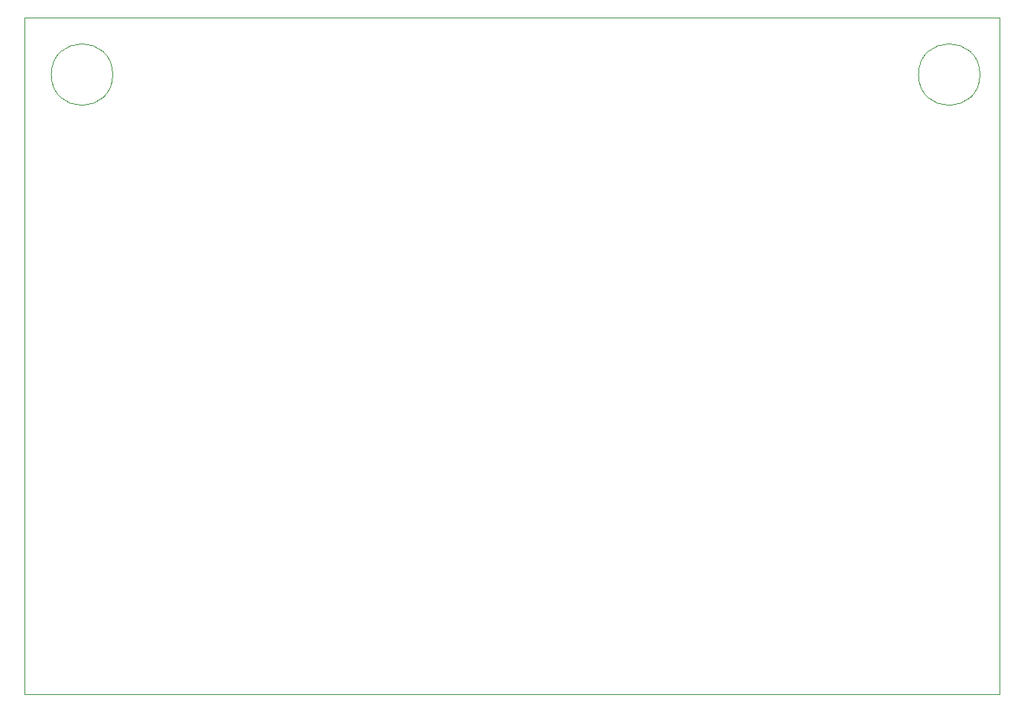
<source format=gbr>
G04 #@! TF.GenerationSoftware,KiCad,Pcbnew,(5.1.5-0-10_14)*
G04 #@! TF.CreationDate,2019-12-23T12:59:41-05:00*
G04 #@! TF.ProjectId,branchControllerPCB,6272616e-6368-4436-9f6e-74726f6c6c65,rev?*
G04 #@! TF.SameCoordinates,Original*
G04 #@! TF.FileFunction,Profile,NP*
%FSLAX46Y46*%
G04 Gerber Fmt 4.6, Leading zero omitted, Abs format (unit mm)*
G04 Created by KiCad (PCBNEW (5.1.5-0-10_14)) date 2019-12-23 12:59:41*
%MOMM*%
%LPD*%
G04 APERTURE LIST*
%ADD10C,0.050000*%
G04 APERTURE END LIST*
D10*
X140970000Y-144780000D02*
X140970000Y-69850000D01*
X248920000Y-144780000D02*
X140970000Y-144780000D01*
X248920000Y-69850000D02*
X248920000Y-144780000D01*
X140970000Y-69850000D02*
X248920000Y-69850000D01*
X150723600Y-76200000D02*
G75*
G03X150723600Y-76200000I-3403600J0D01*
G01*
X246735600Y-76200000D02*
G75*
G03X246735600Y-76200000I-3403600J0D01*
G01*
M02*

</source>
